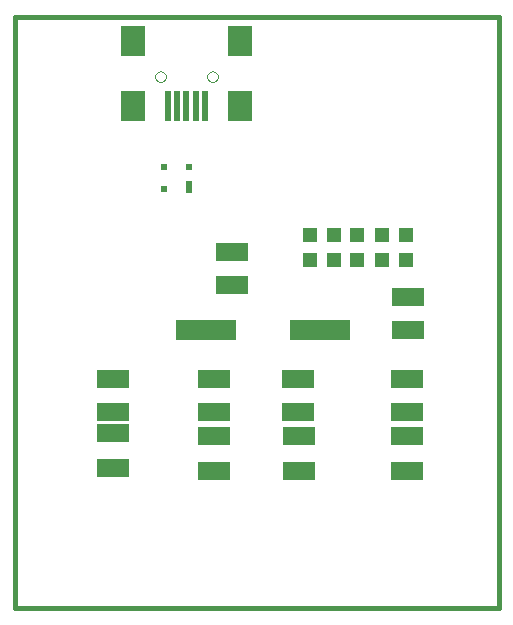
<source format=gtp>
G75*
%MOIN*%
%OFA0B0*%
%FSLAX24Y24*%
%IPPOS*%
%LPD*%
%AMOC8*
5,1,8,0,0,1.08239X$1,22.5*
%
%ADD10C,0.0160*%
%ADD11R,0.0197X0.0984*%
%ADD12R,0.0787X0.0984*%
%ADD13C,0.0000*%
%ADD14R,0.1063X0.0591*%
%ADD15R,0.1063X0.0630*%
%ADD16R,0.0472X0.0472*%
%ADD17R,0.0236X0.0394*%
%ADD18R,0.0236X0.0236*%
%ADD19R,0.2000X0.0700*%
D10*
X001046Y004003D02*
X017188Y004003D01*
X017188Y023688D01*
X001046Y023688D01*
X001046Y004003D01*
D11*
X006145Y020716D03*
X006459Y020716D03*
X006774Y020716D03*
X007089Y020716D03*
X007404Y020716D03*
D12*
X008546Y020716D03*
X008546Y022881D03*
X005003Y022881D03*
X005003Y020716D03*
D13*
X005731Y021700D02*
X005733Y021726D01*
X005739Y021752D01*
X005749Y021777D01*
X005762Y021800D01*
X005778Y021820D01*
X005798Y021838D01*
X005820Y021853D01*
X005843Y021865D01*
X005869Y021873D01*
X005895Y021877D01*
X005921Y021877D01*
X005947Y021873D01*
X005973Y021865D01*
X005997Y021853D01*
X006018Y021838D01*
X006038Y021820D01*
X006054Y021800D01*
X006067Y021777D01*
X006077Y021752D01*
X006083Y021726D01*
X006085Y021700D01*
X006083Y021674D01*
X006077Y021648D01*
X006067Y021623D01*
X006054Y021600D01*
X006038Y021580D01*
X006018Y021562D01*
X005996Y021547D01*
X005973Y021535D01*
X005947Y021527D01*
X005921Y021523D01*
X005895Y021523D01*
X005869Y021527D01*
X005843Y021535D01*
X005819Y021547D01*
X005798Y021562D01*
X005778Y021580D01*
X005762Y021600D01*
X005749Y021623D01*
X005739Y021648D01*
X005733Y021674D01*
X005731Y021700D01*
X007464Y021700D02*
X007466Y021726D01*
X007472Y021752D01*
X007482Y021777D01*
X007495Y021800D01*
X007511Y021820D01*
X007531Y021838D01*
X007553Y021853D01*
X007576Y021865D01*
X007602Y021873D01*
X007628Y021877D01*
X007654Y021877D01*
X007680Y021873D01*
X007706Y021865D01*
X007730Y021853D01*
X007751Y021838D01*
X007771Y021820D01*
X007787Y021800D01*
X007800Y021777D01*
X007810Y021752D01*
X007816Y021726D01*
X007818Y021700D01*
X007816Y021674D01*
X007810Y021648D01*
X007800Y021623D01*
X007787Y021600D01*
X007771Y021580D01*
X007751Y021562D01*
X007729Y021547D01*
X007706Y021535D01*
X007680Y021527D01*
X007654Y021523D01*
X007628Y021523D01*
X007602Y021527D01*
X007576Y021535D01*
X007552Y021547D01*
X007531Y021562D01*
X007511Y021580D01*
X007495Y021600D01*
X007482Y021623D01*
X007472Y021648D01*
X007466Y021674D01*
X007464Y021700D01*
D14*
X007699Y009712D03*
X007699Y008550D03*
X010534Y008550D03*
X010534Y009712D03*
X014117Y009712D03*
X014117Y008550D03*
X004314Y008668D03*
X004314Y009830D03*
D15*
X004314Y010538D03*
X004314Y011641D03*
X007699Y011641D03*
X007699Y010538D03*
X010495Y010538D03*
X010495Y011641D03*
X008290Y014751D03*
X008290Y015853D03*
X014156Y014357D03*
X014156Y013255D03*
X014117Y011641D03*
X014117Y010538D03*
D16*
X014077Y015597D03*
X014077Y016424D03*
X013290Y016424D03*
X013290Y015597D03*
X012463Y015597D03*
X012463Y016424D03*
X011676Y016424D03*
X011676Y015597D03*
X010888Y015597D03*
X010888Y016424D03*
D17*
X006853Y018038D03*
D18*
X006853Y018708D03*
X006026Y018708D03*
X006026Y017960D03*
D19*
X007414Y013255D03*
X011214Y013255D03*
M02*

</source>
